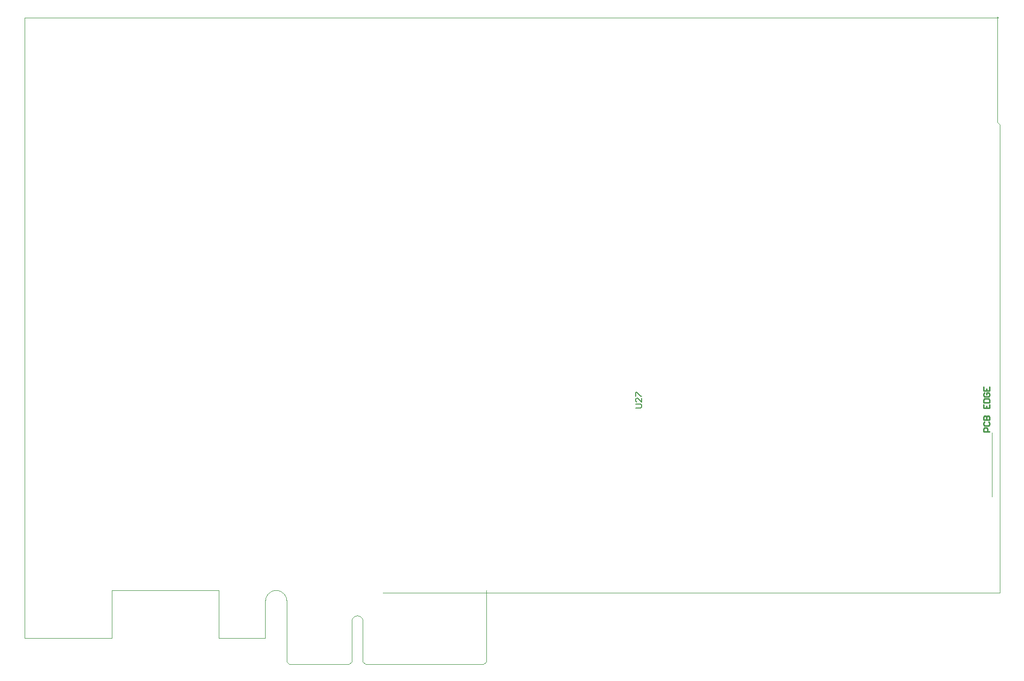
<source format=gm1>
G04*
G04 #@! TF.GenerationSoftware,Altium Limited,Altium Designer,21.6.4 (81)*
G04*
G04 Layer_Color=16711935*
%FSAX25Y25*%
%MOIN*%
G70*
G04*
G04 #@! TF.SameCoordinates,7F8DAD8D-1828-4383-9AFE-05E1B4F186B9*
G04*
G04*
G04 #@! TF.FilePolarity,Positive*
G04*
G01*
G75*
%ADD18C,0.01000*%
%ADD20C,0.00600*%
%ADD24C,0.00394*%
G54D18*
X0624016Y-0257579D02*
X0620080D01*
Y-0255611D01*
X0620736Y-0254955D01*
X0622048D01*
X0622704Y-0255611D01*
Y-0257579D01*
X0620736Y-0251019D02*
X0620080Y-0251675D01*
Y-0252987D01*
X0620736Y-0253643D01*
X0623360D01*
X0624016Y-0252987D01*
Y-0251675D01*
X0623360Y-0251019D01*
X0620080Y-0249707D02*
X0624016D01*
Y-0247739D01*
X0623360Y-0247083D01*
X0622704D01*
X0622048Y-0247739D01*
Y-0249707D01*
Y-0247739D01*
X0621392Y-0247083D01*
X0620736D01*
X0620080Y-0247739D01*
Y-0249707D01*
Y-0239212D02*
Y-0241836D01*
X0624016D01*
Y-0239212D01*
X0622048Y-0241836D02*
Y-0240524D01*
X0620080Y-0237900D02*
X0624016D01*
Y-0235932D01*
X0623360Y-0235276D01*
X0620736D01*
X0620080Y-0235932D01*
Y-0237900D01*
X0620736Y-0231341D02*
X0620080Y-0231996D01*
Y-0233308D01*
X0620736Y-0233964D01*
X0623360D01*
X0624016Y-0233308D01*
Y-0231996D01*
X0623360Y-0231341D01*
X0622048D01*
Y-0232652D01*
X0620080Y-0227405D02*
Y-0230029D01*
X0624016D01*
Y-0227405D01*
X0622048Y-0230029D02*
Y-0228717D01*
G54D20*
X0384615Y-0241552D02*
X0387948D01*
X0388614Y-0240885D01*
Y-0239553D01*
X0387948Y-0238886D01*
X0384615D01*
X0388614Y-0234888D02*
Y-0237553D01*
X0385948Y-0234888D01*
X0385282D01*
X0384615Y-0235554D01*
Y-0236887D01*
X0385282Y-0237553D01*
X0384615Y-0233555D02*
Y-0230889D01*
X0385282D01*
X0387948Y-0233555D01*
X0388614D01*
G54D24*
X0148622Y-0372195D02*
X0148555Y-0371216D01*
X0148356Y-0370256D01*
X0148027Y-0369332D01*
X0147576Y-0368461D01*
X0147011Y-0367660D01*
X0146341Y-0366943D01*
X0145580Y-0366324D01*
X0144743Y-0365815D01*
X0143843Y-0365424D01*
X0142899Y-0365160D01*
X0141927Y-0365026D01*
X0140947D01*
X0139975Y-0365160D01*
X0139031Y-0365424D01*
X0138131Y-0365815D01*
X0137294Y-0366324D01*
X0136533Y-0366943D01*
X0135863Y-0367660D01*
X0135298Y-0368461D01*
X0134847Y-0369332D01*
X0134518Y-0370256D01*
X0134319Y-0371216D01*
X0134252Y-0372195D01*
X0200197Y-0385876D02*
X0200069Y-0384908D01*
X0199696Y-0384005D01*
X0199101Y-0383231D01*
X0198327Y-0382636D01*
X0197425Y-0382263D01*
X0196457Y-0382135D01*
X0195489Y-0382263D01*
X0194587Y-0382636D01*
X0193812Y-0383231D01*
X0193218Y-0384005D01*
X0192844Y-0384908D01*
X0192717Y-0385876D01*
X0200197D02*
X0200069Y-0384908D01*
X0199696Y-0384005D01*
X0199101Y-0383231D01*
X0198327Y-0382636D01*
X0197425Y-0382263D01*
X0196457Y-0382135D01*
X0195489Y-0382263D01*
X0194587Y-0382636D01*
X0193812Y-0383231D01*
X0193218Y-0384005D01*
X0192844Y-0384908D01*
X0192717Y-0385876D01*
X0148622Y-0372195D02*
X0148555Y-0371216D01*
X0148356Y-0370256D01*
X0148027Y-0369332D01*
X0147576Y-0368461D01*
X0147011Y-0367660D01*
X0146341Y-0366943D01*
X0145580Y-0366324D01*
X0144743Y-0365815D01*
X0143843Y-0365424D01*
X0142899Y-0365160D01*
X0141927Y-0365026D01*
X0140947D01*
X0139975Y-0365160D01*
X0139031Y-0365424D01*
X0138131Y-0365815D01*
X0137294Y-0366324D01*
X0136533Y-0366943D01*
X0135863Y-0367660D01*
X0135298Y-0368461D01*
X0134847Y-0369332D01*
X0134518Y-0370256D01*
X0134319Y-0371216D01*
X0134252Y-0372195D01*
X0625787Y-0301673D02*
Y-0258366D01*
X0629528Y-0048444D02*
Y0023108D01*
Y-0048444D02*
X0630958Y-0049875D01*
X0629528Y0023108D02*
X0630244Y0022392D01*
X0630958Y-0366733D02*
Y-0049875D01*
X-0028543Y0022392D02*
X0630244D01*
X0213832Y-0366733D02*
X0630958D01*
X-0028543Y-0397490D02*
Y0022392D01*
Y-0397490D02*
X0030512D01*
Y-0365009D01*
X0102756D01*
Y-0397490D02*
Y-0365009D01*
Y-0397490D02*
X0134252D01*
Y-0372195D01*
X0148622Y-0413238D02*
Y-0372195D01*
X0150591Y-0415206D02*
X0190748D01*
X0202165D02*
X0281693D01*
X0283661Y-0413238D02*
Y-0365009D01*
X0148622Y-0413238D02*
X0150591Y-0415206D01*
X0190748D02*
X0192717Y-0413238D01*
X0200197D02*
X0202165Y-0415206D01*
X0281693D02*
X0283661Y-0413238D01*
X0192717D02*
Y-0385876D01*
X0200197Y-0413238D02*
Y-0385876D01*
M02*

</source>
